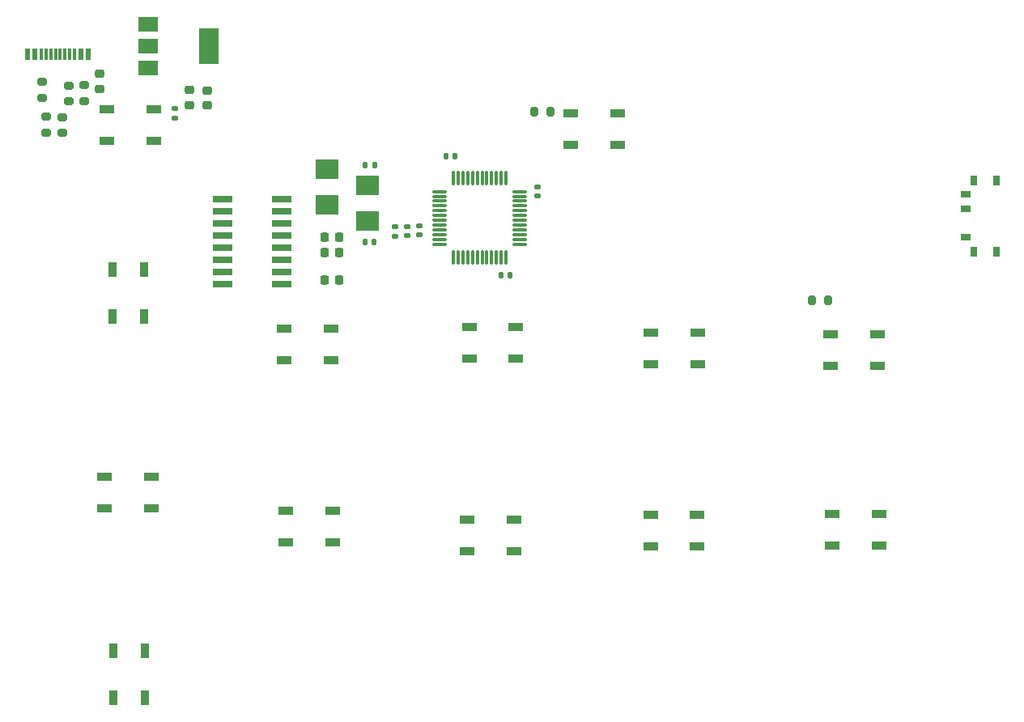
<source format=gbr>
%TF.GenerationSoftware,KiCad,Pcbnew,(6.0.10)*%
%TF.CreationDate,2023-02-08T22:59:09+05:30*%
%TF.ProjectId,macrokeypad13,6d616372-6f6b-4657-9970-616431332e6b,rev?*%
%TF.SameCoordinates,Original*%
%TF.FileFunction,Paste,Top*%
%TF.FilePolarity,Positive*%
%FSLAX46Y46*%
G04 Gerber Fmt 4.6, Leading zero omitted, Abs format (unit mm)*
G04 Created by KiCad (PCBNEW (6.0.10)) date 2023-02-08 22:59:09*
%MOMM*%
%LPD*%
G01*
G04 APERTURE LIST*
G04 Aperture macros list*
%AMRoundRect*
0 Rectangle with rounded corners*
0 $1 Rounding radius*
0 $2 $3 $4 $5 $6 $7 $8 $9 X,Y pos of 4 corners*
0 Add a 4 corners polygon primitive as box body*
4,1,4,$2,$3,$4,$5,$6,$7,$8,$9,$2,$3,0*
0 Add four circle primitives for the rounded corners*
1,1,$1+$1,$2,$3*
1,1,$1+$1,$4,$5*
1,1,$1+$1,$6,$7*
1,1,$1+$1,$8,$9*
0 Add four rect primitives between the rounded corners*
20,1,$1+$1,$2,$3,$4,$5,0*
20,1,$1+$1,$4,$5,$6,$7,0*
20,1,$1+$1,$6,$7,$8,$9,0*
20,1,$1+$1,$8,$9,$2,$3,0*%
G04 Aperture macros list end*
%ADD10RoundRect,0.200000X0.275000X-0.200000X0.275000X0.200000X-0.275000X0.200000X-0.275000X-0.200000X0*%
%ADD11R,1.500000X0.900000*%
%ADD12RoundRect,0.200000X-0.200000X-0.275000X0.200000X-0.275000X0.200000X0.275000X-0.200000X0.275000X0*%
%ADD13RoundRect,0.075000X-0.662500X-0.075000X0.662500X-0.075000X0.662500X0.075000X-0.662500X0.075000X0*%
%ADD14RoundRect,0.075000X-0.075000X-0.662500X0.075000X-0.662500X0.075000X0.662500X-0.075000X0.662500X0*%
%ADD15R,1.100000X0.700000*%
%ADD16R,0.800000X1.000000*%
%ADD17RoundRect,0.140000X-0.140000X-0.170000X0.140000X-0.170000X0.140000X0.170000X-0.140000X0.170000X0*%
%ADD18R,0.900000X1.500000*%
%ADD19RoundRect,0.225000X-0.225000X-0.250000X0.225000X-0.250000X0.225000X0.250000X-0.225000X0.250000X0*%
%ADD20R,2.400000X2.000000*%
%ADD21R,0.600000X1.240000*%
%ADD22R,0.300000X1.240000*%
%ADD23RoundRect,0.225000X-0.250000X0.225000X-0.250000X-0.225000X0.250000X-0.225000X0.250000X0.225000X0*%
%ADD24RoundRect,0.140000X0.140000X0.170000X-0.140000X0.170000X-0.140000X-0.170000X0.140000X-0.170000X0*%
%ADD25RoundRect,0.140000X-0.170000X0.140000X-0.170000X-0.140000X0.170000X-0.140000X0.170000X0.140000X0*%
%ADD26RoundRect,0.140000X0.170000X-0.140000X0.170000X0.140000X-0.170000X0.140000X-0.170000X-0.140000X0*%
%ADD27RoundRect,0.200000X-0.275000X0.200000X-0.275000X-0.200000X0.275000X-0.200000X0.275000X0.200000X0*%
%ADD28RoundRect,0.135000X-0.185000X0.135000X-0.185000X-0.135000X0.185000X-0.135000X0.185000X0.135000X0*%
%ADD29R,2.000000X1.500000*%
%ADD30R,2.000000X3.800000*%
%ADD31R,2.032000X0.660400*%
G04 APERTURE END LIST*
D10*
%TO.C,R4*%
X46040000Y-38125000D03*
X46040000Y-36475000D03*
%TD*%
D11*
%TO.C,D4*%
X126540000Y-78010000D03*
X126540000Y-81310000D03*
X131440000Y-81310000D03*
X131440000Y-78010000D03*
%TD*%
D12*
%TO.C,R6*%
X95400000Y-35880000D03*
X97050000Y-35880000D03*
%TD*%
D13*
%TO.C,U2*%
X85497500Y-44250000D03*
X85497500Y-44750000D03*
X85497500Y-45250000D03*
X85497500Y-45750000D03*
X85497500Y-46250000D03*
X85497500Y-46750000D03*
X85497500Y-47250000D03*
X85497500Y-47750000D03*
X85497500Y-48250000D03*
X85497500Y-48750000D03*
X85497500Y-49250000D03*
X85497500Y-49750000D03*
D14*
X86910000Y-51162500D03*
X87410000Y-51162500D03*
X87910000Y-51162500D03*
X88410000Y-51162500D03*
X88910000Y-51162500D03*
X89410000Y-51162500D03*
X89910000Y-51162500D03*
X90410000Y-51162500D03*
X90910000Y-51162500D03*
X91410000Y-51162500D03*
X91910000Y-51162500D03*
X92410000Y-51162500D03*
D13*
X93822500Y-49750000D03*
X93822500Y-49250000D03*
X93822500Y-48750000D03*
X93822500Y-48250000D03*
X93822500Y-47750000D03*
X93822500Y-47250000D03*
X93822500Y-46750000D03*
X93822500Y-46250000D03*
X93822500Y-45750000D03*
X93822500Y-45250000D03*
X93822500Y-44750000D03*
X93822500Y-44250000D03*
D14*
X92410000Y-42837500D03*
X91910000Y-42837500D03*
X91410000Y-42837500D03*
X90910000Y-42837500D03*
X90410000Y-42837500D03*
X89910000Y-42837500D03*
X89410000Y-42837500D03*
X88910000Y-42837500D03*
X88410000Y-42837500D03*
X87910000Y-42837500D03*
X87410000Y-42837500D03*
X86910000Y-42837500D03*
%TD*%
D15*
%TO.C,S1*%
X140470000Y-49060000D03*
X140470000Y-46060000D03*
X140470000Y-44560000D03*
D16*
X141370000Y-50560000D03*
X141370000Y-43060000D03*
X143670000Y-50560000D03*
X143670000Y-43060000D03*
%TD*%
D11*
%TO.C,D14*%
X69180000Y-58590000D03*
X69180000Y-61890000D03*
X74080000Y-61890000D03*
X74080000Y-58590000D03*
%TD*%
D17*
%TO.C,C6*%
X77680000Y-49510000D03*
X78640000Y-49510000D03*
%TD*%
D11*
%TO.C,D13*%
X69400000Y-77640000D03*
X69400000Y-80940000D03*
X74300000Y-80940000D03*
X74300000Y-77640000D03*
%TD*%
D10*
%TO.C,R2*%
X46670000Y-34805000D03*
X46670000Y-33155000D03*
%TD*%
D18*
%TO.C,D21*%
X51340000Y-97190000D03*
X54640000Y-97190000D03*
X54640000Y-92290000D03*
X51340000Y-92290000D03*
%TD*%
D19*
%TO.C,C14*%
X73417606Y-53518870D03*
X74967606Y-53518870D03*
%TD*%
D12*
%TO.C,R1*%
X124420000Y-55630000D03*
X126070000Y-55630000D03*
%TD*%
D20*
%TO.C,Y1*%
X77950000Y-43590000D03*
X77950000Y-47290000D03*
%TD*%
D11*
%TO.C,D20*%
X50390000Y-74060000D03*
X50390000Y-77360000D03*
X55290000Y-77360000D03*
X55290000Y-74060000D03*
%TD*%
D21*
%TO.C,J1*%
X48736814Y-29910469D03*
X47936814Y-29910469D03*
D22*
X46786814Y-29910469D03*
X45786814Y-29910469D03*
X45286814Y-29910469D03*
X44286814Y-29910469D03*
D21*
X43136814Y-29910469D03*
X42336814Y-29910469D03*
X42336814Y-29910469D03*
X43136814Y-29910469D03*
D22*
X43786814Y-29910469D03*
X44786814Y-29910469D03*
X46286814Y-29910469D03*
X47286814Y-29910469D03*
D21*
X47936814Y-29910469D03*
X48736814Y-29910469D03*
%TD*%
D23*
%TO.C,C3*%
X61170000Y-33685000D03*
X61170000Y-35235000D03*
%TD*%
%TO.C,C1*%
X49870000Y-31955000D03*
X49870000Y-33505000D03*
%TD*%
D24*
%TO.C,C7*%
X92830000Y-53030000D03*
X91870000Y-53030000D03*
%TD*%
D10*
%TO.C,R5*%
X44300000Y-38095000D03*
X44300000Y-36445000D03*
%TD*%
D25*
%TO.C,C9*%
X95670000Y-43750000D03*
X95670000Y-44710000D03*
%TD*%
D26*
%TO.C,C10*%
X82070000Y-48890000D03*
X82070000Y-47930000D03*
%TD*%
D27*
%TO.C,R8*%
X48330000Y-33125000D03*
X48330000Y-34775000D03*
%TD*%
D18*
%TO.C,D19*%
X51230000Y-57320000D03*
X54530000Y-57320000D03*
X54530000Y-52420000D03*
X51230000Y-52420000D03*
%TD*%
D20*
%TO.C,Y2*%
X73722606Y-41918870D03*
X73722606Y-45618870D03*
%TD*%
D23*
%TO.C,C2*%
X59320000Y-33655000D03*
X59320000Y-35205000D03*
%TD*%
D11*
%TO.C,D7*%
X107520000Y-78040000D03*
X107520000Y-81340000D03*
X112420000Y-81340000D03*
X112420000Y-78040000D03*
%TD*%
%TO.C,D1*%
X126360000Y-59200000D03*
X126360000Y-62500000D03*
X131260000Y-62500000D03*
X131260000Y-59200000D03*
%TD*%
D17*
%TO.C,C4*%
X77710000Y-41480000D03*
X78670000Y-41480000D03*
%TD*%
D19*
%TO.C,C13*%
X73407606Y-49058870D03*
X74957606Y-49058870D03*
%TD*%
D26*
%TO.C,C11*%
X80810000Y-48910000D03*
X80810000Y-47950000D03*
%TD*%
D17*
%TO.C,C5*%
X86110000Y-40540000D03*
X87070000Y-40540000D03*
%TD*%
D11*
%TO.C,D10*%
X88380000Y-78570000D03*
X88380000Y-81870000D03*
X93280000Y-81870000D03*
X93280000Y-78570000D03*
%TD*%
%TO.C,D18*%
X50680000Y-35650000D03*
X50680000Y-38950000D03*
X55580000Y-38950000D03*
X55580000Y-35650000D03*
%TD*%
%TO.C,D15*%
X88550000Y-58450000D03*
X88550000Y-61750000D03*
X93450000Y-61750000D03*
X93450000Y-58450000D03*
%TD*%
D26*
%TO.C,C8*%
X83310000Y-48790000D03*
X83310000Y-47830000D03*
%TD*%
D19*
%TO.C,C12*%
X73417606Y-50618870D03*
X74967606Y-50618870D03*
%TD*%
D11*
%TO.C,D16*%
X107530000Y-59020000D03*
X107530000Y-62320000D03*
X112430000Y-62320000D03*
X112430000Y-59020000D03*
%TD*%
D28*
%TO.C,R7*%
X57810000Y-35560000D03*
X57810000Y-36580000D03*
%TD*%
D29*
%TO.C,U1*%
X55020000Y-26720000D03*
X55020000Y-29020000D03*
D30*
X61320000Y-29020000D03*
D29*
X55020000Y-31320000D03*
%TD*%
D31*
%TO.C,U3*%
X62766600Y-45075000D03*
X62766600Y-46345000D03*
X62766600Y-47615000D03*
X62766600Y-48885000D03*
X62766600Y-50155000D03*
X62766600Y-51425000D03*
X62766600Y-52695000D03*
X62766600Y-53965000D03*
X68913400Y-53965000D03*
X68913400Y-52695000D03*
X68913400Y-51425000D03*
X68913400Y-50155000D03*
X68913400Y-48885000D03*
X68913400Y-47615000D03*
X68913400Y-46345000D03*
X68913400Y-45075000D03*
%TD*%
D10*
%TO.C,R3*%
X43870000Y-34450000D03*
X43870000Y-32800000D03*
%TD*%
D11*
%TO.C,D17*%
X99160000Y-36080000D03*
X99160000Y-39380000D03*
X104060000Y-39380000D03*
X104060000Y-36080000D03*
%TD*%
M02*

</source>
